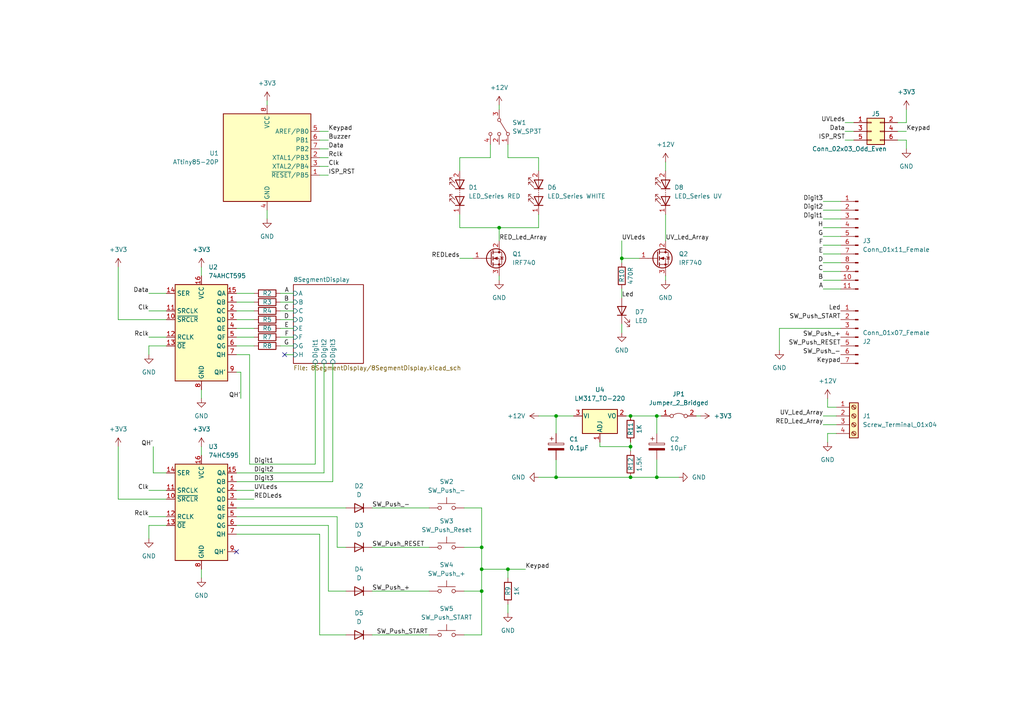
<source format=kicad_sch>
(kicad_sch (version 20211123) (generator eeschema)
  (paper "A4")
  (title_block (title "UV Lightbox") (date "2022-08-19") (rev "0.1") (company "Viniltejo Publicidade, Lda."))
  (lib_symbols
    (symbol "74xx:74AHCT595"
      (property "Reference" "U" (at -7.62 13.97 0))
      (property "Value" "74AHCT595" (at -7.62 -16.51 0))
      (symbol "74AHCT595_1_0"
        (pin tri_state line (at 10.16 7.62 180) (length 2.54) (name "QB") (number "1"))
        (pin input line (at -10.16 2.54 0) (length 2.54) (name "~{SRCLR}") (number "10"))
        (pin input line (at -10.16 5.08 0) (length 2.54) (name "SRCLK") (number "11"))
        (pin input line (at -10.16 -2.54 0) (length 2.54) (name "RCLK") (number "12"))
        (pin input line (at -10.16 -5.08 0) (length 2.54) (name "~{OE}") (number "13"))
        (pin input line (at -10.16 10.16 0) (length 2.54) (name "SER") (number "14"))
        (pin tri_state line (at 10.16 10.16 180) (length 2.54) (name "QA") (number "15"))
        (pin power_in line (at 0 15.24 270) (length 2.54) (name "VCC") (number "16"))
        (pin tri_state line (at 10.16 5.08 180) (length 2.54) (name "QC") (number "2"))
        (pin tri_state line (at 10.16 2.54 180) (length 2.54) (name "QD") (number "3"))
        (pin tri_state line (at 10.16 0 180) (length 2.54) (name "QE") (number "4"))
        (pin tri_state line (at 10.16 -2.54 180) (length 2.54) (name "QF") (number "5"))
        (pin tri_state line (at 10.16 -5.08 180) (length 2.54) (name "QG") (number "6"))
        (pin tri_state line (at 10.16 -7.62 180) (length 2.54) (name "QH") (number "7"))
        (pin power_in line (at 0 -17.78 90) (length 2.54) (name "GND") (number "8"))
        (pin output line (at 10.16 -12.7 180) (length 2.54) (name "QH'") (number "9"))
      )
      (symbol "74AHCT595_1_1"
        (rectangle (start -7.62 12.7) (end 7.62 -15.24) (stroke (width 0.254)) (fill (type background)))
      )
    )
    (symbol "74xx:74HC595"
      (property "Reference" "U" (at -7.62 13.97 0))
      (property "Value" "74HC595" (at -7.62 -16.51 0))
      (symbol "74HC595_1_0"
        (pin tri_state line (at 10.16 7.62 180) (length 2.54) (name "QB") (number "1"))
        (pin input line (at -10.16 2.54 0) (length 2.54) (name "~{SRCLR}") (number "10"))
        (pin input line (at -10.16 5.08 0) (length 2.54) (name "SRCLK") (number "11"))
        (pin input line (at -10.16 -2.54 0) (length 2.54) (name "RCLK") (number "12"))
        (pin input line (at -10.16 -5.08 0) (length 2.54) (name "~{OE}") (number "13"))
        (pin input line (at -10.16 10.16 0) (length 2.54) (name "SER") (number "14"))
        (pin tri_state line (at 10.16 10.16 180) (length 2.54) (name "QA") (number "15"))
        (pin power_in line (at 0 15.24 270) (length 2.54) (name "VCC") (number "16"))
        (pin tri_state line (at 10.16 5.08 180) (length 2.54) (name "QC") (number "2"))
        (pin tri_state line (at 10.16 2.54 180) (length 2.54) (name "QD") (number "3"))
        (pin tri_state line (at 10.16 0 180) (length 2.54) (name "QE") (number "4"))
        (pin tri_state line (at 10.16 -2.54 180) (length 2.54) (name "QF") (number "5"))
        (pin tri_state line (at 10.16 -5.08 180) (length 2.54) (name "QG") (number "6"))
        (pin tri_state line (at 10.16 -7.62 180) (length 2.54) (name "QH") (number "7"))
        (pin power_in line (at 0 -17.78 90) (length 2.54) (name "GND") (number "8"))
        (pin output line (at 10.16 -12.7 180) (length 2.54) (name "QH'") (number "9"))
      )
      (symbol "74HC595_1_1"
        (rectangle (start -7.62 12.7) (end 7.62 -15.24) (stroke (width 0.254)) (fill (type background)))
      )
    )
    (symbol "Connector:Conn_01x07_Male" (pin_names (offset 1.016) hide)
      (property "Reference" "J" (at 0 10.16 0))
      (property "Value" "Conn_01x07_Male" (at 0 -10.16 0))
      (symbol "Conn_01x07_Male_1_1"
        (polyline (pts (xy 1.27 -7.62) (xy 0.8636 -7.62)) (stroke (width 0.1524)))
        (polyline (pts (xy 1.27 -5.08) (xy 0.8636 -5.08)) (stroke (width 0.1524)))
        (polyline (pts (xy 1.27 -2.54) (xy 0.8636 -2.54)) (stroke (width 0.1524)))
        (polyline (pts (xy 1.27 0) (xy 0.8636 0)) (stroke (width 0.1524)))
        (polyline (pts (xy 1.27 2.54) (xy 0.8636 2.54)) (stroke (width 0.1524)))
        (polyline (pts (xy 1.27 5.08) (xy 0.8636 5.08)) (stroke (width 0.1524)))
        (polyline (pts (xy 1.27 7.62) (xy 0.8636 7.62)) (stroke (width 0.1524)))
        (rectangle (start 0.8636 -7.493) (end 0 -7.747) (stroke (width 0.1524)) (fill (type outline)))
        (rectangle (start 0.8636 -4.953) (end 0 -5.207) (stroke (width 0.1524)) (fill (type outline)))
        (rectangle (start 0.8636 -2.413) (end 0 -2.667) (stroke (width 0.1524)) (fill (type outline)))
        (rectangle (start 0.8636 0.127) (end 0 -0.127) (stroke (width 0.1524)) (fill (type outline)))
        (rectangle (start 0.8636 2.667) (end 0 2.413) (stroke (width 0.1524)) (fill (type outline)))
        (rectangle (start 0.8636 5.207) (end 0 4.953) (stroke (width 0.1524)) (fill (type outline)))
        (rectangle (start 0.8636 7.747) (end 0 7.493) (stroke (width 0.1524)) (fill (type outline)))
        (pin passive line (at 5.08 7.62 180) (length 3.81) (name "Pin_1") (number "1"))
        (pin passive line (at 5.08 5.08 180) (length 3.81) (name "Pin_2") (number "2"))
        (pin passive line (at 5.08 2.54 180) (length 3.81) (name "Pin_3") (number "3"))
        (pin passive line (at 5.08 0 180) (length 3.81) (name "Pin_4") (number "4"))
        (pin passive line (at 5.08 -2.54 180) (length 3.81) (name "Pin_5") (number "5"))
        (pin passive line (at 5.08 -5.08 180) (length 3.81) (name "Pin_6") (number "6"))
        (pin passive line (at 5.08 -7.62 180) (length 3.81) (name "Pin_7") (number "7"))
      )
    )
    (symbol "Connector:Conn_01x11_Male" (pin_names (offset 1.016) hide)
      (property "Reference" "J" (at 0 15.24 0))
      (property "Value" "Conn_01x11_Male" (at 0 -15.24 0))
      (symbol "Conn_01x11_Male_1_1"
        (polyline (pts (xy 1.27 -12.7) (xy 0.8636 -12.7)) (stroke (width 0.1524)))
        (polyline (pts (xy 1.27 -10.16) (xy 0.8636 -10.16)) (stroke (width 0.1524)))
        (polyline (pts (xy 1.27 -7.62) (xy 0.8636 -7.62)) (stroke (width 0.1524)))
        (polyline (pts (xy 1.27 -5.08) (xy 0.8636 -5.08)) (stroke (width 0.1524)))
        (polyline (pts (xy 1.27 -2.54) (xy 0.8636 -2.54)) (stroke (width 0.1524)))
        (polyline (pts (xy 1.27 0) (xy 0.8636 0)) (stroke (width 0.1524)))
        (polyline (pts (xy 1.27 2.54) (xy 0.8636 2.54)) (stroke (width 0.1524)))
        (polyline (pts (xy 1.27 5.08) (xy 0.8636 5.08)) (stroke (width 0.1524)))
        (polyline (pts (xy 1.27 7.62) (xy 0.8636 7.62)) (stroke (width 0.1524)))
        (polyline (pts (xy 1.27 10.16) (xy 0.8636 10.16)) (stroke (width 0.1524)))
        (polyline (pts (xy 1.27 12.7) (xy 0.8636 12.7)) (stroke (width 0.1524)))
        (rectangle (start 0.8636 -12.573) (end 0 -12.827) (stroke (width 0.1524)) (fill (type outline)))
        (rectangle (start 0.8636 -10.033) (end 0 -10.287) (stroke (width 0.1524)) (fill (type outline)))
        (rectangle (start 0.8636 -7.493) (end 0 -7.747) (stroke (width 0.1524)) (fill (type outline)))
        (rectangle (start 0.8636 -4.953) (end 0 -5.207) (stroke (width 0.1524)) (fill (type outline)))
        (rectangle (start 0.8636 -2.413) (end 0 -2.667) (stroke (width 0.1524)) (fill (type outline)))
        (rectangle (start 0.8636 0.127) (end 0 -0.127) (stroke (width 0.1524)) (fill (type outline)))
        (rectangle (start 0.8636 2.667) (end 0 2.413) (stroke (width 0.1524)) (fill (type outline)))
        (rectangle (start 0.8636 5.207) (end 0 4.953) (stroke (width 0.1524)) (fill (type outline)))
        (rectangle (start 0.8636 7.747) (end 0 7.493) (stroke (width 0.1524)) (fill (type outline)))
        (rectangle (start 0.8636 10.287) (end 0 10.033) (stroke (width 0.1524)) (fill (type outline)))
        (rectangle (start 0.8636 12.827) (end 0 12.573) (stroke (width 0.1524)) (fill (type outline)))
        (pin passive line (at 5.08 12.7 180) (length 3.81) (name "Pin_1") (number "1"))
        (pin passive line (at 5.08 -10.16 180) (length 3.81) (name "Pin_10") (number "10"))
        (pin passive line (at 5.08 -12.7 180) (length 3.81) (name "Pin_11") (number "11"))
        (pin passive line (at 5.08 10.16 180) (length 3.81) (name "Pin_2") (number "2"))
        (pin passive line (at 5.08 7.62 180) (length 3.81) (name "Pin_3") (number "3"))
        (pin passive line (at 5.08 5.08 180) (length 3.81) (name "Pin_4") (number "4"))
        (pin passive line (at 5.08 2.54 180) (length 3.81) (name "Pin_5") (number "5"))
        (pin passive line (at 5.08 0 180) (length 3.81) (name "Pin_6") (number "6"))
        (pin passive line (at 5.08 -2.54 180) (length 3.81) (name "Pin_7") (number "7"))
        (pin passive line (at 5.08 -5.08 180) (length 3.81) (name "Pin_8") (number "8"))
        (pin passive line (at 5.08 -7.62 180) (length 3.81) (name "Pin_9") (number "9"))
      )
    )
    (symbol "Connector:Screw_Terminal_01x04" (pin_names (offset 1.016) hide)
      (property "Reference" "J" (at 0 5.08 0))
      (property "Value" "Screw_Terminal_01x04" (at 0 -7.62 0))
      (symbol "Screw_Terminal_01x04_1_1"
        (rectangle (start -1.27 3.81) (end 1.27 -6.35) (stroke (width 0.254)) (fill (type background)))
        (circle (center 0 -5.08) (radius 0.635) (stroke (width 0.1524)))
        (circle (center 0 -2.54) (radius 0.635) (stroke (width 0.1524)))
        (polyline (pts (xy -0.5334 -4.7498) (xy 0.3302 -5.588)) (stroke (width 0.1524)))
        (polyline (pts (xy -0.5334 -2.2098) (xy 0.3302 -3.048)) (stroke (width 0.1524)))
        (polyline (pts (xy -0.5334 0.3302) (xy 0.3302 -0.508)) (stroke (width 0.1524)))
        (polyline (pts (xy -0.5334 2.8702) (xy 0.3302 2.032)) (stroke (width 0.1524)))
        (polyline (pts (xy -0.3556 -4.572) (xy 0.508 -5.4102)) (stroke (width 0.1524)))
        (polyline (pts (xy -0.3556 -2.032) (xy 0.508 -2.8702)) (stroke (width 0.1524)))
        (polyline (pts (xy -0.3556 0.508) (xy 0.508 -0.3302)) (stroke (width 0.1524)))
        (polyline (pts (xy -0.3556 3.048) (xy 0.508 2.2098)) (stroke (width 0.1524)))
        (circle (center 0 0) (radius 0.635) (stroke (width 0.1524)))
        (circle (center 0 2.54) (radius 0.635) (stroke (width 0.1524)))
        (pin passive line (at -5.08 2.54 0) (length 3.81) (name "Pin_1") (number "1"))
        (pin passive line (at -5.08 0 0) (length 3.81) (name "Pin_2") (number "2"))
        (pin passive line (at -5.08 -2.54 0) (length 3.81) (name "Pin_3") (number "3"))
        (pin passive line (at -5.08 -5.08 0) (length 3.81) (name "Pin_4") (number "4"))
      )
    )
    (symbol "Connector_Generic:Conn_02x03_Odd_Even" (pin_names (offset 1.016) hide)
      (property "Reference" "J" (at 1.27 5.08 0))
      (property "Value" "Conn_02x03_Odd_Even" (at 1.27 -5.08 0))
      (symbol "Conn_02x03_Odd_Even_1_1"
        (rectangle (start -1.27 -2.413) (end 0 -2.667) (stroke (width 0.1524)))
        (rectangle (start -1.27 0.127) (end 0 -0.127) (stroke (width 0.1524)))
        (rectangle (start -1.27 2.667) (end 0 2.413) (stroke (width 0.1524)))
        (rectangle (start -1.27 3.81) (end 3.81 -3.81) (stroke (width 0.254)) (fill (type background)))
        (rectangle (start 3.81 -2.413) (end 2.54 -2.667) (stroke (width 0.1524)))
        (rectangle (start 3.81 0.127) (end 2.54 -0.127) (stroke (width 0.1524)))
        (rectangle (start 3.81 2.667) (end 2.54 2.413) (stroke (width 0.1524)))
        (pin passive line (at -5.08 2.54 0) (length 3.81) (name "Pin_1") (number "1"))
        (pin passive line (at 7.62 2.54 180) (length 3.81) (name "Pin_2") (number "2"))
        (pin passive line (at -5.08 0 0) (length 3.81) (name "Pin_3") (number "3"))
        (pin passive line (at 7.62 0 180) (length 3.81) (name "Pin_4") (number "4"))
        (pin passive line (at -5.08 -2.54 0) (length 3.81) (name "Pin_5") (number "5"))
        (pin passive line (at 7.62 -2.54 180) (length 3.81) (name "Pin_6") (number "6"))
      )
    )
    (symbol "Device:C_Polarized" (pin_numbers hide) (pin_names (offset 0.254))
      (property "Reference" "C" (at 0.635 2.54 0))
      (property "Value" "C_Polarized" (at 0.635 -2.54 0))
      (symbol "C_Polarized_0_1"
        (rectangle (start -2.286 0.508) (end 2.286 1.016))
        (polyline (pts (xy -1.778 2.286) (xy -0.762 2.286)))
        (polyline (pts (xy -1.27 2.794) (xy -1.27 1.778)))
        (rectangle (start 2.286 -0.508) (end -2.286 -1.016) (fill (type outline)))
      )
      (symbol "C_Polarized_1_1"
        (pin passive line (at 0 3.81 270) (length 2.794) (name "~") (number "1"))
        (pin passive line (at 0 -3.81 90) (length 2.794) (name "~") (number "2"))
      )
    )
    (symbol "Device:D" (pin_numbers hide) (pin_names (offset 1.016) hide)
      (property "Reference" "D" (at 0 2.54 0))
      (property "Value" "D" (at 0 -2.54 0))
      (symbol "D_0_1"
        (polyline (pts (xy -1.27 1.27) (xy -1.27 -1.27)) (stroke (width 0.254)))
        (polyline (pts (xy 1.27 0) (xy -1.27 0)))
        (polyline (pts (xy 1.27 1.27) (xy 1.27 -1.27) (xy -1.27 0) (xy 1.27 1.27)) (stroke (width 0.254)))
      )
      (symbol "D_1_1"
        (pin passive line (at -3.81 0 0) (length 2.54) (name "K") (number "1"))
        (pin passive line (at 3.81 0 180) (length 2.54) (name "A") (number "2"))
      )
    )
    (symbol "Device:LED" (pin_numbers hide) (pin_names (offset 1.016) hide)
      (property "Reference" "D" (at 0 2.54 0))
      (property "Value" "LED" (at 0 -2.54 0))
      (symbol "LED_0_1"
        (polyline (pts (xy -1.27 -1.27) (xy -1.27 1.27)) (stroke (width 0.254)))
        (polyline (pts (xy -1.27 0) (xy 1.27 0)))
        (polyline (pts (xy 1.27 -1.27) (xy 1.27 1.27) (xy -1.27 0) (xy 1.27 -1.27)) (stroke (width 0.254)))
        (polyline (pts (xy -3.048 -0.762) (xy -4.572 -2.286) (xy -3.81 -2.286) (xy -4.572 -2.286) (xy -4.572 -1.524)))
        (polyline (pts (xy -1.778 -0.762) (xy -3.302 -2.286) (xy -2.54 -2.286) (xy -3.302 -2.286) (xy -3.302 -1.524)))
      )
      (symbol "LED_1_1"
        (pin passive line (at -3.81 0 0) (length 2.54) (name "K") (number "1"))
        (pin passive line (at 3.81 0 180) (length 2.54) (name "A") (number "2"))
      )
    )
    (symbol "Device:LED_Series" (pin_names (offset 1.016) hide)
      (property "Reference" "D" (at 0 5.715 0))
      (property "Value" "LED_Series" (at 0 3.81 0))
      (symbol "LED_Series_0_1"
        (polyline (pts (xy -3.81 0) (xy -1.016 0)))
        (polyline (pts (xy -3.683 -1.27) (xy -3.683 1.27)) (stroke (width 0.254)))
        (polyline (pts (xy -0.508 0) (xy -0.762 0)))
        (polyline (pts (xy 0.127 0) (xy -0.127 0)))
        (polyline (pts (xy 0.508 0) (xy 0.762 0)))
        (polyline (pts (xy 1.016 0) (xy 3.81 0)))
        (polyline (pts (xy 1.143 -1.27) (xy 1.143 1.27)) (stroke (width 0.254)))
        (polyline (pts (xy -1.143 -1.27) (xy -1.143 1.27) (xy -3.683 0) (xy -1.143 -1.27)) (stroke (width 0.254)))
        (polyline (pts (xy 3.683 -1.27) (xy 3.683 1.27) (xy 1.143 0) (xy 3.683 -1.27)) (stroke (width 0.254)))
        (polyline (pts (xy -3.302 1.397) (xy -1.778 2.921) (xy -2.54 2.921) (xy -1.778 2.921) (xy -1.778 2.159)))
        (polyline (pts (xy -2.032 1.397) (xy -0.508 2.921) (xy -1.27 2.921) (xy -0.508 2.921) (xy -0.508 2.159)))
        (polyline (pts (xy 1.524 1.397) (xy 3.048 2.921) (xy 2.286 2.921) (xy 3.048 2.921) (xy 3.048 2.159)))
        (polyline (pts (xy 2.794 1.397) (xy 4.318 2.921) (xy 3.556 2.921) (xy 4.318 2.921) (xy 4.318 2.159)))
      )
      (symbol "LED_Series_1_1"
        (pin passive line (at -6.35 0 0) (length 2.54) (name "K") (number "1"))
        (pin passive line (at 6.35 0 180) (length 2.54) (name "A") (number "2"))
      )
    )
    (symbol "Device:R" (pin_numbers hide) (pin_names (offset 0))
      (property "Reference" "R" (at 2.032 0 90))
      (property "Value" "R" (at 0 0 90))
      (symbol "R_0_1"
        (rectangle (start -1.016 -2.54) (end 1.016 2.54) (stroke (width 0.254)))
      )
      (symbol "R_1_1"
        (pin passive line (at 0 3.81 270) (length 1.27) (name "~") (number "1"))
        (pin passive line (at 0 -3.81 90) (length 1.27) (name "~") (number "2"))
      )
    )
    (symbol "Jumper:Jumper_2_Bridged" (pin_names (offset 0) hide)
      (property "Reference" "JP" (at 0 1.905 0))
      (property "Value" "Jumper_2_Bridged" (at 0 -2.54 0))
      (symbol "Jumper_2_Bridged_0_0"
        (circle (center -2.032 0) (radius 0.508))
        (circle (center 2.032 0) (radius 0.508))
      )
      (symbol "Jumper_2_Bridged_0_1"
        (arc (start 1.524 0.254) (mid 0 0.762) (end -1.524 0.254))
      )
      (symbol "Jumper_2_Bridged_1_1"
        (pin passive line (at -5.08 0 0) (length 2.54) (name "A") (number "1"))
        (pin passive line (at 5.08 0 180) (length 2.54) (name "B") (number "2"))
      )
    )
    (symbol "MCU_Microchip_ATtiny:ATtiny85-20P"
      (property "Reference" "U" (at -12.7 13.97 0))
      (property "Value" "ATtiny85-20P" (at 2.54 -13.97 0))
      (symbol "ATtiny85-20P_0_1"
        (rectangle (start -12.7 -12.7) (end 12.7 12.7) (stroke (width 0.254)) (fill (type background)))
      )
      (symbol "ATtiny85-20P_1_1"
        (pin bidirectional line (at 15.24 -5.08 180) (length 2.54) (name "~{RESET}/PB5") (number "1"))
        (pin bidirectional line (at 15.24 0 180) (length 2.54) (name "XTAL1/PB3") (number "2"))
        (pin bidirectional line (at 15.24 -2.54 180) (length 2.54) (name "XTAL2/PB4") (number "3"))
        (pin power_in line (at 0 -15.24 90) (length 2.54) (name "GND") (number "4"))
        (pin bidirectional line (at 15.24 7.62 180) (length 2.54) (name "AREF/PB0") (number "5"))
        (pin bidirectional line (at 15.24 5.08 180) (length 2.54) (name "PB1") (number "6"))
        (pin bidirectional line (at 15.24 2.54 180) (length 2.54) (name "PB2") (number "7"))
        (pin power_in line (at 0 15.24 270) (length 2.54) (name "VCC") (number "8"))
      )
    )
    (symbol "Regulator_Linear:LM317_TO-220" (pin_names (offset 0.254))
      (property "Reference" "U" (at -3.81 3.175 0))
      (property "Value" "LM317_TO-220" (at 0 3.175 0))
      (symbol "LM317_TO-220_0_1"
        (rectangle (start -5.08 1.905) (end 5.08 -5.08) (stroke (width 0.254)) (fill (type background)))
      )
      (symbol "LM317_TO-220_1_1"
        (pin input line (at 0 -7.62 90) (length 2.54) (name "ADJ") (number "1"))
        (pin power_out line (at 7.62 0 180) (length 2.54) (name "VO") (number "2"))
        (pin power_in line (at -7.62 0 0) (length 2.54) (name "VI") (number "3"))
      )
    )
    (symbol "Switch:SW_Push" (pin_numbers hide) (pin_names (offset 1.016) hide)
      (property "Reference" "SW" (at 1.27 2.54 0))
      (property "Value" "SW_Push" (at 0 -1.524 0))
      (symbol "SW_Push_0_1"
        (circle (center -2.032 0) (radius 0.508))
        (polyline (pts (xy 0 1.27) (xy 0 3.048)))
        (polyline (pts (xy 2.54 1.27) (xy -2.54 1.27)))
        (circle (center 2.032 0) (radius 0.508))
        (pin passive line (at -5.08 0 0) (length 2.54) (name "1") (number "1"))
        (pin passive line (at 5.08 0 180) (length 2.54) (name "2") (number "2"))
      )
    )
    (symbol "Switch:SW_SP3T" (pin_names (offset 0) hide)
      (property "Reference" "SW" (at 0 5.08 0))
      (property "Value" "SW_SP3T" (at 0 -5.08 0))
      (symbol "SW_SP3T_0_1"
        (circle (center -2.032 0) (radius 0.4572))
        (polyline (pts (xy -1.651 0.254) (xy 1.651 2.286)))
        (circle (center 2.032 -2.54) (radius 0.4572))
        (circle (center 2.032 0) (radius 0.4572))
        (circle (center 2.032 2.54) (radius 0.4572))
      )
      (symbol "SW_SP3T_1_1"
        (pin passive line (at 5.08 2.54 180) (length 2.54) (name "1") (number "1"))
        (pin passive line (at 5.08 0 180) (length 2.54) (name "2") (number "2"))
        (pin passive line (at -5.08 0 0) (length 2.54) (name "3") (number "3"))
        (pin passive line (at 5.08 -2.54 180) (length 2.54) (name "4") (number "4"))
      )
    )
    (symbol "Transistor_FET:IRF740" (pin_names hide)
      (property "Reference" "Q" (at 6.35 1.905 0))
      (property "Value" "IRF740" (at 6.35 0 0))
      (symbol "IRF740_0_1"
        (polyline (pts (xy 0.254 0) (xy -2.54 0)))
        (polyline (pts (xy 0.254 1.905) (xy 0.254 -1.905)) (stroke (width 0.254)))
        (polyline (pts (xy 0.762 -1.27) (xy 0.762 -2.286)) (stroke (width 0.254)))
        (polyline (pts (xy 0.762 0.508) (xy 0.762 -0.508)) (stroke (width 0.254)))
        (polyline (pts (xy 0.762 2.286) (xy 0.762 1.27)) (stroke (width 0.254)))
        (polyline (pts (xy 2.54 2.54) (xy 2.54 1.778)))
        (polyline (pts (xy 2.54 -2.54) (xy 2.54 0) (xy 0.762 0)))
        (polyline (pts (xy 0.762 -1.778) (xy 3.302 -1.778) (xy 3.302 1.778) (xy 0.762 1.778)))
        (polyline (pts (xy 1.016 0) (xy 2.032 0.381) (xy 2.032 -0.381) (xy 1.016 0)) (fill (type outline)))
        (polyline (pts (xy 2.794 0.508) (xy 2.921 0.381) (xy 3.683 0.381) (xy 3.81 0.254)))
        (polyline (pts (xy 3.302 0.381) (xy 2.921 -0.254) (xy 3.683 -0.254) (xy 3.302 0.381)))
        (circle (center 1.651 0) (radius 2.794) (stroke (width 0.254)))
        (circle (center 2.54 -1.778) (radius 0.254) (fill (type outline)))
        (circle (center 2.54 1.778) (radius 0.254) (fill (type outline)))
      )
      (symbol "IRF740_1_1"
        (pin input line (at -5.08 0 0) (length 2.54) (name "G") (number "1"))
        (pin passive line (at 2.54 5.08 270) (length 2.54) (name "D") (number "2"))
        (pin passive line (at 2.54 -5.08 90) (length 2.54) (name "S") (number "3"))
      )
    )
    (symbol "power:+12V" (power) (pin_names (offset 0))
      (property "Value" "+12V" (at 0 3.556 0))
      (symbol "+12V_0_1"
        (polyline (pts (xy -0.762 1.27) (xy 0 2.54)))
        (polyline (pts (xy 0 0) (xy 0 2.54)))
        (polyline (pts (xy 0 2.54) (xy 0.762 1.27)))
      )
      (symbol "+12V_1_1"
        (pin power_in line (at 0 0 90) (length 0) hide (name "+12V") (number "1"))
      )
    )
    (symbol "power:+3.3V" (power) (pin_names (offset 0))
      (property "Value" "+3.3V" (at 0 3.556 0))
      (symbol "+3.3V_0_1"
        (polyline (pts (xy -0.762 1.27) (xy 0 2.54)))
        (polyline (pts (xy 0 0) (xy 0 2.54)))
        (polyline (pts (xy 0 2.54) (xy 0.762 1.27)))
      )
      (symbol "+3.3V_1_1"
        (pin power_in line (at 0 0 90) (length 0) hide (name "+3V3") (number "1"))
      )
    )
    (symbol "power:GND" (power) (pin_names (offset 0))
      (property "Value" "GND" (at 0 -3.81 0))
      (symbol "GND_0_1"
        (polyline (pts (xy 0 0) (xy 0 -1.27) (xy 1.27 -1.27) (xy 0 -2.54) (xy -1.27 -1.27) (xy 0 -1.27)))
      )
      (symbol "GND_1_1"
        (pin power_in line (at 0 0 270) (length 0) hide (name "GND") (number "1"))
      )
    )
  )
  (junction (at 139.7 158.75))
  (junction (at 161.29 138.43))
  (junction (at 182.88 138.43))
  (junction (at 182.88 120.65))
  (junction (at 161.29 120.65))
  (junction (at 139.7 165.1))
  (junction (at 180.34 74.93))
  (junction (at 190.5 138.43))
  (junction (at 147.32 165.1))
  (junction (at 144.78 66.04))
  (junction (at 139.7 171.45))
  (junction (at 190.5 120.65))
  (junction (at 182.88 129.54))
  (no_connect (at 82.55 102.87))
  (no_connect (at 68.58 160.02))
  (wire (pts (xy 44.45 137.16) (xy 48.26 137.16)))
  (wire (pts (xy 180.34 83.82) (xy 180.34 86.36)))
  (wire (pts (xy 240.03 125.73) (xy 240.03 128.27)))
  (wire (pts (xy 147.32 165.1) (xy 152.4 165.1)))
  (wire (pts (xy 147.32 45.72) (xy 156.21 45.72)))
  (wire (pts (xy 240.03 118.11) (xy 242.57 118.11)))
  (wire (pts (xy 180.34 69.85) (xy 180.34 74.93)))
  (wire (pts (xy 68.58 85.09) (xy 73.6896 85.09)))
  (wire (pts (xy 134.62 171.45) (xy 139.7 171.45)))
  (wire (pts (xy 34.29 129.54) (xy 34.29 144.78)))
  (wire (pts (xy 190.5 120.65) (xy 191.77 120.65)))
  (wire (pts (xy 193.04 62.23) (xy 193.04 69.85)))
  (wire (pts (xy 238.76 71.12) (xy 243.84 71.12)))
  (wire (pts (xy 144.78 80.01) (xy 144.78 81.28)))
  (wire (pts (xy 134.62 158.75) (xy 139.7 158.75)))
  (wire (pts (xy 190.5 138.43) (xy 196.85 138.43)))
  (wire (pts (xy 124.46 171.45) (xy 107.95 171.45)))
  (wire (pts (xy 144.78 30.48) (xy 144.78 31.75)))
  (wire (pts (xy 193.04 80.01) (xy 193.04 81.28)))
  (wire (pts (xy 68.58 152.4) (xy 95.25 152.4)))
  (wire (pts (xy 238.76 58.42) (xy 243.84 58.42)))
  (wire (pts (xy 173.99 128.27) (xy 173.99 129.54)))
  (wire (pts (xy 238.76 78.74) (xy 243.84 78.74)))
  (wire (pts (xy 68.58 87.63) (xy 73.6896 87.63)))
  (wire (pts (xy 92.71 45.72) (xy 95.25 45.72)))
  (wire (pts (xy 260.35 40.64) (xy 262.89 40.64)))
  (wire (pts (xy 238.76 76.2) (xy 243.84 76.2)))
  (wire (pts (xy 97.79 158.75) (xy 100.33 158.75)))
  (wire (pts (xy 91.44 134.62) (xy 72.39 134.62)))
  (wire (pts (xy 182.88 120.65) (xy 190.5 120.65)))
  (wire (pts (xy 124.46 184.15) (xy 107.95 184.15)))
  (wire (pts (xy 147.32 167.64) (xy 147.32 165.1)))
  (wire (pts (xy 81.3096 92.71) (xy 85.09 92.71)))
  (wire (pts (xy 43.18 97.79) (xy 48.26 97.79)))
  (wire (pts (xy 58.42 129.54) (xy 58.42 132.08)))
  (wire (pts (xy 182.88 138.43) (xy 190.5 138.43)))
  (wire (pts (xy 107.95 158.75) (xy 124.46 158.75)))
  (wire (pts (xy 34.29 144.78) (xy 48.26 144.78)))
  (wire (pts (xy 156.21 62.23) (xy 156.21 66.04)))
  (wire (pts (xy 133.35 74.93) (xy 137.16 74.93)))
  (wire (pts (xy 68.58 95.25) (xy 73.6896 95.25)))
  (wire (pts (xy 139.7 147.32) (xy 139.7 158.75)))
  (wire (pts (xy 161.29 138.43) (xy 156.21 138.43)))
  (wire (pts (xy 68.58 147.32) (xy 100.33 147.32)))
  (wire (pts (xy 161.29 133.35) (xy 161.29 138.43)))
  (wire (pts (xy 48.26 152.4) (xy 43.18 152.4)))
  (wire (pts (xy 34.29 77.47) (xy 34.29 92.71)))
  (wire (pts (xy 68.58 154.94) (xy 92.71 154.94)))
  (wire (pts (xy 161.29 120.65) (xy 166.37 120.65)))
  (wire (pts (xy 96.52 105.41) (xy 96.52 139.7)))
  (wire (pts (xy 238.76 120.65) (xy 242.57 120.65)))
  (wire (pts (xy 238.76 73.66) (xy 243.84 73.66)))
  (wire (pts (xy 156.21 45.72) (xy 156.21 49.53)))
  (wire (pts (xy 92.71 184.15) (xy 100.33 184.15)))
  (wire (pts (xy 133.35 45.72) (xy 133.35 49.53)))
  (wire (pts (xy 182.88 129.54) (xy 182.88 130.81)))
  (wire (pts (xy 238.76 66.04) (xy 243.84 66.04)))
  (wire (pts (xy 91.44 105.41) (xy 91.44 134.62)))
  (wire (pts (xy 68.58 100.33) (xy 73.6896 100.33)))
  (wire (pts (xy 68.58 142.24) (xy 73.66 142.24)))
  (wire (pts (xy 147.32 41.91) (xy 147.32 45.72)))
  (wire (pts (xy 81.3096 87.63) (xy 85.09 87.63)))
  (wire (pts (xy 43.18 152.4) (xy 43.18 156.21)))
  (wire (pts (xy 245.11 35.56) (xy 247.65 35.56)))
  (wire (pts (xy 142.24 41.91) (xy 142.24 45.72)))
  (wire (pts (xy 260.35 38.1) (xy 262.89 38.1)))
  (wire (pts (xy 43.18 90.17) (xy 48.26 90.17)))
  (wire (pts (xy 139.7 165.1) (xy 139.7 171.45)))
  (wire (pts (xy 226.06 95.25) (xy 243.84 95.25)))
  (wire (pts (xy 77.47 60.96) (xy 77.47 63.5)))
  (wire (pts (xy 92.71 50.8) (xy 95.25 50.8)))
  (wire (pts (xy 58.42 77.47) (xy 58.42 80.01)))
  (wire (pts (xy 107.95 147.32) (xy 124.46 147.32)))
  (wire (pts (xy 68.58 92.71) (xy 73.6896 92.71)))
  (wire (pts (xy 260.35 35.56) (xy 262.89 35.56)))
  (wire (pts (xy 77.47 29.21) (xy 77.47 30.48)))
  (wire (pts (xy 201.93 120.65) (xy 203.2 120.65)))
  (wire (pts (xy 72.39 102.87) (xy 72.39 134.62)))
  (wire (pts (xy 97.79 149.86) (xy 97.79 158.75)))
  (wire (pts (xy 262.89 40.64) (xy 262.89 43.18)))
  (wire (pts (xy 262.89 35.56) (xy 262.89 31.75)))
  (wire (pts (xy 68.58 97.79) (xy 73.6896 97.79)))
  (wire (pts (xy 238.76 83.82) (xy 243.84 83.82)))
  (wire (pts (xy 43.18 85.09) (xy 48.26 85.09)))
  (wire (pts (xy 161.29 138.43) (xy 182.88 138.43)))
  (wire (pts (xy 173.99 129.54) (xy 182.88 129.54)))
  (wire (pts (xy 81.3096 85.09) (xy 85.09 85.09)))
  (wire (pts (xy 43.18 100.33) (xy 43.18 102.87)))
  (wire (pts (xy 193.04 46.99) (xy 193.04 49.53)))
  (wire (pts (xy 81.3096 90.17) (xy 85.09 90.17)))
  (wire (pts (xy 92.71 184.15) (xy 92.71 154.94)))
  (wire (pts (xy 92.71 40.64) (xy 95.25 40.64)))
  (wire (pts (xy 81.3096 95.25) (xy 85.09 95.25)))
  (wire (pts (xy 81.3096 97.79) (xy 85.09 97.79)))
  (wire (pts (xy 58.42 165.1) (xy 58.42 167.64)))
  (wire (pts (xy 68.58 149.86) (xy 97.79 149.86)))
  (wire (pts (xy 245.11 38.1) (xy 247.65 38.1)))
  (wire (pts (xy 180.34 74.93) (xy 185.42 74.93)))
  (wire (pts (xy 68.58 90.17) (xy 73.6896 90.17)))
  (wire (pts (xy 48.26 100.33) (xy 43.18 100.33)))
  (wire (pts (xy 139.7 165.1) (xy 147.32 165.1)))
  (wire (pts (xy 69.85 107.95) (xy 68.58 107.95)))
  (wire (pts (xy 161.29 120.65) (xy 161.29 125.73)))
  (wire (pts (xy 190.5 120.65) (xy 190.5 125.73)))
  (wire (pts (xy 133.35 62.23) (xy 133.35 66.04)))
  (wire (pts (xy 68.58 137.16) (xy 93.98 137.16)))
  (wire (pts (xy 190.5 133.35) (xy 190.5 138.43)))
  (wire (pts (xy 147.32 177.8) (xy 147.32 175.26)))
  (wire (pts (xy 139.7 158.75) (xy 139.7 165.1)))
  (wire (pts (xy 43.18 149.86) (xy 48.26 149.86)))
  (wire (pts (xy 92.71 43.18) (xy 95.25 43.18)))
  (wire (pts (xy 95.25 152.4) (xy 95.25 171.45)))
  (wire (pts (xy 238.76 123.19) (xy 242.57 123.19)))
  (wire (pts (xy 238.76 63.5) (xy 243.84 63.5)))
  (wire (pts (xy 180.34 74.93) (xy 180.34 76.2)))
  (wire (pts (xy 180.34 93.98) (xy 180.34 96.52)))
  (wire (pts (xy 133.35 66.04) (xy 144.78 66.04)))
  (wire (pts (xy 81.3096 100.33) (xy 85.09 100.33)))
  (wire (pts (xy 182.88 128.27) (xy 182.88 129.54)))
  (wire (pts (xy 144.78 66.04) (xy 156.21 66.04)))
  (wire (pts (xy 34.29 92.71) (xy 48.26 92.71)))
  (wire (pts (xy 43.18 142.24) (xy 48.26 142.24)))
  (wire (pts (xy 92.71 48.26) (xy 95.25 48.26)))
  (wire (pts (xy 134.62 184.15) (xy 139.7 184.15)))
  (wire (pts (xy 240.03 125.73) (xy 242.57 125.73)))
  (wire (pts (xy 181.61 120.65) (xy 182.88 120.65)))
  (wire (pts (xy 82.55 102.87) (xy 85.09 102.87)))
  (wire (pts (xy 68.58 139.7) (xy 96.52 139.7)))
  (wire (pts (xy 144.78 66.04) (xy 144.78 69.85)))
  (wire (pts (xy 134.62 147.32) (xy 139.7 147.32)))
  (wire (pts (xy 68.58 144.78) (xy 73.66 144.78)))
  (wire (pts (xy 68.58 102.87) (xy 72.39 102.87)))
  (wire (pts (xy 44.45 129.54) (xy 44.45 137.16)))
  (wire (pts (xy 139.7 171.45) (xy 139.7 184.15)))
  (wire (pts (xy 238.76 68.58) (xy 243.84 68.58)))
  (wire (pts (xy 245.11 40.64) (xy 247.65 40.64)))
  (wire (pts (xy 93.98 105.41) (xy 93.98 137.16)))
  (wire (pts (xy 156.21 120.65) (xy 161.29 120.65)))
  (wire (pts (xy 133.35 45.72) (xy 142.24 45.72)))
  (wire (pts (xy 92.71 38.1) (xy 95.25 38.1)))
  (wire (pts (xy 238.76 60.96) (xy 243.84 60.96)))
  (wire (pts (xy 226.06 95.25) (xy 226.06 101.6)))
  (wire (pts (xy 58.42 113.03) (xy 58.42 115.57)))
  (wire (pts (xy 240.03 115.57) (xy 240.03 118.11)))
  (wire (pts (xy 95.25 171.45) (xy 100.33 171.45)))
  (wire (pts (xy 238.76 81.28) (xy 243.84 81.28)))
  (wire (pts (xy 69.85 107.95) (xy 69.85 115.57)))
  (label "H" (at 238.76 66.04 180))
  (label "A" (at 83.82 85.09 180))
  (label "Rclk" (at 43.18 97.79 180))
  (label "D" (at 238.76 76.2 180))
  (label "Buzzer" (at 95.25 40.64 0))
  (label "Keypad" (at 243.84 105.41 180))
  (label "REDLeds" (at 73.66 144.78 0))
  (label "B" (at 83.82 87.63 180))
  (label "SW_Push_RESET" (at 107.95 158.75 0))
  (label "UVLeds" (at 73.66 142.24 0))
  (label "UV_Led_Array" (at 238.76 120.65 180))
  (label "Clk" (at 43.18 90.17 180))
  (label "ISP_RST" (at 95.25 50.8 0))
  (label "Digit2" (at 238.76 60.96 180))
  (label "Digit3" (at 73.66 139.7 0))
  (label "Rclk" (at 95.25 45.72 0))
  (label "UVLeds" (at 245.11 35.56 180))
  (label "SW_Push_START" (at 243.84 92.71 180))
  (label "Digit3" (at 238.76 58.42 180))
  (label "D" (at 83.82 92.71 180))
  (label "Data" (at 95.25 43.18 0))
  (label "SW_Push_-" (at 107.95 147.32 0))
  (label "Digit1" (at 238.76 63.5 180))
  (label "G" (at 238.76 68.58 180))
  (label "Rclk" (at 43.18 149.86 180))
  (label "SW_Push_+" (at 243.84 97.79 180))
  (label "ISP_RST" (at 245.11 40.64 180))
  (label "F" (at 83.82 97.79 180))
  (label "SW_Push_+" (at 107.95 171.45 0))
  (label "Data" (at 43.18 85.09 180))
  (label "QH'" (at 69.85 115.57 180))
  (label "Keypad" (at 262.89 38.1 0))
  (label "Clk" (at 43.18 142.24 180))
  (label "Led" (at 243.84 90.17 180))
  (label "UV_Led_Array" (at 193.04 69.85 0))
  (label "Digit2" (at 73.66 137.16 0))
  (label "UVLeds" (at 180.34 69.85 0))
  (label "Clk" (at 95.25 48.26 0))
  (label "SW_Push_START" (at 109.22 184.15 0))
  (label "C" (at 83.82 90.17 180))
  (label "F" (at 238.76 71.12 180))
  (label "A" (at 238.76 83.82 180))
  (label "REDLeds" (at 133.35 74.93 180))
  (label "E" (at 83.82 95.25 180))
  (label "E" (at 238.76 73.66 180))
  (label "Digit1" (at 73.66 134.62 0))
  (label "Keypad" (at 152.4 165.1 0))
  (label "Data" (at 245.11 38.1 180))
  (label "Keypad" (at 95.25 38.1 0))
  (label "B" (at 238.76 81.28 180))
  (label "RED_Led_Array" (at 144.78 69.85 0))
  (label "SW_Push_RESET" (at 243.84 100.33 180))
  (label "SW_Push_-" (at 243.84 102.87 180))
  (label "Led" (at 180.34 86.36 0))
  (label "RED_Led_Array" (at 238.76 123.19 180))
  (label "C" (at 238.76 78.74 180))
  (label "QH'" (at 44.45 129.54 180))
  (label "G" (at 83.82 100.33 180))
  (symbol (lib_id "power:+12V") (at 240.03 115.57 0) (unit 1)
    (property "Reference" "#PWR018" (effects hide))
    (property "Value" "+12V" (at 240.03 110.49 0))
  )
  (symbol (lib_id "Connector_Generic:Conn_02x03_Odd_Even") (at 252.73 38.1 0) (unit 1)
    (property "Reference" "J5" (at 254 33.02 0))
    (property "Value" "Conn_02x03_Odd_Even" (at 246.38 43.18 0))
    (property "Footprint" "Connector_PinHeader_1.27mm:PinHeader_2x03_P1.27mm_Vertical" (effects hide))
  )
  (symbol (lib_id "Regulator_Linear:LM317_TO-220") (at 173.99 120.65 0) (unit 1)
    (property "Reference" "U4" (at 173.99 113.03 0))
    (property "Value" "LM317_TO-220" (at 173.99 115.57 0))
    (property "Footprint" "Package_TO_SOT_THT:TO-220-3_Vertical" (effects hide))
    (property "Datasheet" "http://www.ti.com/lit/ds/symlink/lm317.pdf" (effects hide))
  )
  (symbol (lib_id "Jumper:Jumper_2_Bridged") (at 196.85 120.65 0) (unit 1)
    (property "Reference" "JP1" (at 196.85 114.3 0))
    (property "Value" "Jumper_2_Bridged" (at 196.85 116.84 0))
    (property "Footprint" "Connector_PinHeader_1.27mm:PinHeader_1x02_P1.27mm_Vertical" (effects hide))
  )
  (symbol (lib_id "Device:R") (at 182.88 124.46 180) (unit 1)
    (property "Reference" "R11" (at 182.88 124.4304 90))
    (property "Value" "1K" (at 185.42 124.4304 90))
    (property "Footprint" "Resistor_THT:R_Axial_DIN0204_L3.6mm_D1.6mm_P5.08mm_Vertical" (effects hide))
  )
  (symbol (lib_id "Device:R") (at 77.4996 97.79 90) (unit 1)
    (property "Reference" "R7" (at 77.4996 97.79 90))
    (property "Value" "470R" (effects hide))
    (property "Footprint" "Resistor_THT:R_Axial_DIN0204_L3.6mm_D1.6mm_P5.08mm_Vertical" (effects hide))
  )
  (symbol (lib_id "power:GND") (at 226.06 101.6 0) (mirror y) (unit 1)
    (property "Reference" "#PWR017" (effects hide))
    (property "Value" "GND" (at 226.06 106.68 0))
  )
  (symbol (lib_id "power:GND") (at 262.89 43.18 0) (mirror y) (unit 1)
    (property "Reference" "#PWR025" (effects hide))
    (property "Value" "GND" (at 262.89 48.26 0))
  )
  (symbol (lib_id "power:GND") (at 43.18 102.87 0) (unit 1)
    (property "Reference" "#PWR03" (effects hide))
    (property "Value" "GND" (at 43.18 107.95 0))
  )
  (symbol (lib_id "power:GND") (at 156.21 138.43 270) (unit 1)
    (property "Reference" "#PWR021" (effects hide))
    (property "Value" "GND" (at 152.4 138.4299 90) (effects (justify right)))
  )
  (symbol (lib_id "power:GND") (at 196.85 138.43 90) (unit 1)
    (property "Reference" "#PWR023" (effects hide))
    (property "Value" "GND" (at 200.66 138.4299 90) (effects (justify right)))
  )
  (symbol (lib_id "power:+3.3V") (at 58.42 77.47 0) (unit 1)
    (property "Reference" "#PWR07" (effects hide))
    (property "Value" "+3.3V" (at 58.42 72.39 0))
  )
  (symbol (lib_id "Device:D") (at 104.14 184.15 180) (unit 1)
    (property "Reference" "D5" (at 104.14 177.8 0))
    (property "Value" "D" (at 104.14 180.34 0))
    (property "Footprint" "Diode_THT:D_A-405_P7.62mm_Horizontal" (effects hide))
  )
  (symbol (lib_id "Device:R") (at 147.32 171.45 180) (unit 1)
    (property "Reference" "R9" (at 147.32 171.4204 90))
    (property "Value" "1K" (at 149.86 171.4204 90))
    (property "Footprint" "Resistor_THT:R_Axial_DIN0204_L3.6mm_D1.6mm_P5.08mm_Vertical" (effects hide))
  )
  (symbol (lib_id "Device:R") (at 77.4996 85.09 90) (unit 1)
    (property "Reference" "R2" (at 77.4996 85.09 90))
    (property "Value" "470R" (effects hide))
    (property "Footprint" "Resistor_THT:R_Axial_DIN0204_L3.6mm_D1.6mm_P5.08mm_Vertical" (effects hide))
  )
  (symbol (lib_id "Device:D") (at 104.14 171.45 180) (unit 1)
    (property "Reference" "D4" (at 104.14 165.1 0))
    (property "Value" "D" (at 104.14 167.64 0))
    (property "Footprint" "Diode_THT:D_A-405_P7.62mm_Horizontal" (effects hide))
  )
  (symbol (lib_id "74xx:74AHCT595") (at 58.42 95.25 0) (unit 1)
    (property "Reference" "U2" (at 60.4394 77.47 0) (effects (justify left)))
    (property "Value" "74AHCT595" (at 60.4394 80.01 0) (effects (justify left)))
    (property "Footprint" "Package_DIP:DIP-16_W7.62mm" (effects hide))
    (property "Datasheet" "https://assets.nexperia.com/documents/data-sheet/74AHC_AHCT595.pdf" (effects hide))
  )
  (symbol (lib_id "MCU_Microchip_ATtiny:ATtiny85-20P") (at 77.47 45.72 0) (unit 1)
    (property "Reference" "U1" (at 63.5 44.4499 0) (effects (justify right)))
    (property "Value" "ATtiny85-20P" (at 63.5 46.9899 0) (effects (justify right)))
    (property "Footprint" "Package_DIP:DIP-8_W7.62mm" (effects hide))
    (property "Datasheet" "http://ww1.microchip.com/downloads/en/DeviceDoc/atmel-2586-avr-8-bit-microcontroller-attiny25-attiny45-attiny85_datasheet.pdf" (effects hide))
  )
  (symbol (lib_id "Device:LED_Series") (at 156.21 55.88 90) (unit 1)
    (property "Reference" "D6" (at 158.75 54.3559 90) (effects (justify right)))
    (property "Value" "LED_Series WHITE" (at 158.75 56.8959 90) (effects (justify right)))
  )
  (symbol (lib_id "Device:R") (at 180.34 80.01 180) (unit 1)
    (property "Reference" "R10" (at 180.34 79.9804 90))
    (property "Value" "470R" (at 182.88 79.9804 90))
    (property "Footprint" "Resistor_THT:R_Axial_DIN0204_L3.6mm_D1.6mm_P5.08mm_Vertical" (effects hide))
  )
  (symbol (lib_id "Device:D") (at 104.14 158.75 180) (unit 1)
    (property "Reference" "D3" (at 104.14 152.4 0))
    (property "Value" "D" (at 104.14 154.94 0))
    (property "Footprint" "Diode_THT:D_A-405_P7.62mm_Horizontal" (effects hide))
  )
  (symbol (lib_id "power:GND") (at 43.18 156.21 0) (unit 1)
    (property "Reference" "#PWR04" (effects hide))
    (property "Value" "GND" (at 43.18 161.29 0))
  )
  (symbol (lib_id "Transistor_FET:IRF740") (at 142.24 74.93 0) (unit 1)
    (property "Reference" "Q1" (at 148.59 73.6599 0) (effects (justify left)))
    (property "Value" "IRF740" (at 148.59 76.1999 0) (effects (justify left)))
    (property "Footprint" "Package_TO_SOT_THT:TO-220-3_Vertical" (effects hide))
    (property "Datasheet" "http://www.vishay.com/docs/91054/91054.pdf" (effects hide))
  )
  (symbol (lib_id "Transistor_FET:IRF740") (at 190.5 74.93 0) (unit 1)
    (property "Reference" "Q2" (at 196.85 73.6599 0) (effects (justify left)))
    (property "Value" "IRF740" (at 196.85 76.1999 0) (effects (justify left)))
    (property "Footprint" "Package_TO_SOT_THT:TO-220-3_Vertical" (effects hide))
    (property "Datasheet" "http://www.vishay.com/docs/91054/91054.pdf" (effects hide))
  )
  (symbol (lib_id "Device:R") (at 77.4996 90.17 90) (unit 1)
    (property "Reference" "R4" (at 77.4996 90.17 90))
    (property "Value" "470R" (effects hide))
    (property "Footprint" "Resistor_THT:R_Axial_DIN0204_L3.6mm_D1.6mm_P5.08mm_Vertical" (effects hide))
  )
  (symbol (lib_id "Connector:Screw_Terminal_01x04") (at 247.65 120.65 0) (unit 1)
    (property "Reference" "J1" (at 250.19 120.6499 0) (effects (justify left)))
    (property "Value" "Screw_Terminal_01x04" (at 250.19 123.1899 0) (effects (justify left)))
    (property "Footprint" "TerminalBlock:TerminalBlock_Altech_AK300-4_P5.00mm" (effects hide))
  )
  (symbol (lib_id "power:+3.3V") (at 58.42 129.54 0) (unit 1)
    (property "Reference" "#PWR09" (effects hide))
    (property "Value" "+3.3V" (at 58.42 124.46 0))
  )
  (symbol (lib_id "power:+12V") (at 144.78 30.48 0) (unit 1)
    (property "Reference" "#PWR011" (effects hide))
    (property "Value" "+12V" (at 144.78 25.4 0))
  )
  (symbol (lib_id "power:GND") (at 144.78 81.28 0) (unit 1)
    (property "Reference" "#PWR012" (effects hide))
    (property "Value" "GND" (at 144.78 86.36 0))
  )
  (symbol (lib_id "power:GND") (at 193.04 81.28 0) (unit 1)
    (property "Reference" "#PWR016" (effects hide))
    (property "Value" "GND" (at 193.04 86.36 0))
  )
  (symbol (lib_id "Device:LED_Series") (at 133.35 55.88 90) (unit 1)
    (property "Reference" "D1" (at 135.89 54.3559 90) (effects (justify right)))
    (property "Value" "LED_Series RED" (at 135.89 56.8959 90) (effects (justify right)))
  )
  (symbol (lib_id "Device:LED") (at 180.34 90.17 90) (unit 1)
    (property "Reference" "D7" (at 184.15 90.4874 90) (effects (justify right)))
    (property "Value" "LED" (at 184.15 93.0274 90) (effects (justify right)))
  )
  (symbol (lib_id "74xx:74HC595") (at 58.42 147.32 0) (unit 1)
    (property "Reference" "U3" (at 60.4394 129.54 0) (effects (justify left)))
    (property "Value" "74HC595" (at 60.4394 132.08 0) (effects (justify left)))
    (property "Footprint" "Package_DIP:DIP-16_W7.62mm" (effects hide))
    (property "Datasheet" "http://www.ti.com/lit/ds/symlink/sn74hc595.pdf" (effects hide))
  )
  (symbol (lib_id "power:GND") (at 240.03 128.27 0) (unit 1)
    (property "Reference" "#PWR019" (effects hide))
    (property "Value" "GND" (at 240.03 133.35 0))
  )
  (symbol (lib_id "Device:D") (at 104.14 147.32 180) (unit 1)
    (property "Reference" "D2" (at 104.14 140.97 0))
    (property "Value" "D" (at 104.14 143.51 0))
    (property "Footprint" "Diode_THT:D_A-405_P7.62mm_Horizontal" (effects hide))
  )
  (symbol (lib_id "Device:R") (at 77.4996 100.33 90) (unit 1)
    (property "Reference" "R8" (at 77.4996 100.33 90))
    (property "Value" "470R" (effects hide))
    (property "Footprint" "Resistor_THT:R_Axial_DIN0204_L3.6mm_D1.6mm_P5.08mm_Vertical" (effects hide))
  )
  (symbol (lib_id "Device:R") (at 77.4996 87.63 90) (unit 1)
    (property "Reference" "R3" (at 77.4996 87.63 90))
    (property "Value" "470R" (effects hide))
    (property "Footprint" "Resistor_THT:R_Axial_DIN0204_L3.6mm_D1.6mm_P5.08mm_Vertical" (effects hide))
  )
  (symbol (lib_id "Device:R") (at 77.4996 95.25 90) (unit 1)
    (property "Reference" "R6" (at 77.4996 95.25 90))
    (property "Value" "470R" (effects hide))
    (property "Footprint" "Resistor_THT:R_Axial_DIN0204_L3.6mm_D1.6mm_P5.08mm_Vertical" (effects hide))
  )
  (symbol (lib_id "power:+3.3V") (at 262.89 31.75 0) (unit 1)
    (property "Reference" "#PWR024" (effects hide))
    (property "Value" "+3.3V" (at 262.89 26.67 0))
  )
  (symbol (lib_id "power:+12V") (at 193.04 46.99 0) (unit 1)
    (property "Reference" "#PWR015" (effects hide))
    (property "Value" "+12V" (at 193.04 41.91 0))
  )
  (symbol (lib_id "Device:C_Polarized") (at 161.29 129.54 0) (unit 1)
    (property "Reference" "C1" (at 165.1 127.3809 0) (effects (justify left)))
    (property "Value" "0.1µF" (at 165.1 129.9209 0) (effects (justify left)))
    (property "Footprint" "Capacitor_THT:CP_Radial_D4.0mm_P1.50mm" (effects hide))
  )
  (symbol (lib_id "Device:R") (at 182.88 134.62 180) (unit 1)
    (property "Reference" "R12" (at 182.88 134.5904 90))
    (property "Value" "1.5K" (at 185.42 134.5904 90))
    (property "Footprint" "Resistor_THT:R_Axial_DIN0204_L3.6mm_D1.6mm_P5.08mm_Vertical" (effects hide))
  )
  (symbol (lib_id "Device:C_Polarized") (at 190.5 129.54 0) (unit 1)
    (property "Reference" "C2" (at 194.31 127.3809 0) (effects (justify left)))
    (property "Value" "10µF" (at 194.31 129.9209 0) (effects (justify left)))
    (property "Footprint" "Capacitor_THT:CP_Radial_D4.0mm_P1.50mm" (effects hide))
  )
  (symbol (lib_id "Switch:SW_SP3T") (at 144.78 36.83 270) (unit 1)
    (property "Reference" "SW1" (at 148.59 35.5599 90) (effects (justify left)))
    (property "Value" "SW_SP3T" (at 148.59 38.0999 90) (effects (justify left)))
  )
  (symbol (lib_id "power:GND") (at 58.42 115.57 0) (unit 1)
    (property "Reference" "#PWR08" (effects hide))
    (property "Value" "GND" (at 58.42 120.65 0))
  )
  (symbol (lib_id "Connector:Conn_01x11_Male") (at 248.92 71.12 0) (mirror y) (unit 1)
    (property "Reference" "J3" (at 250.19 69.8499 0) (effects (justify right)))
    (property "Value" "Conn_01x11_Female" (at 250.19 72.3899 0) (effects (justify right)))
    (property "Footprint" "Connector_PinHeader_1.27mm:PinHeader_1x12_P1.27mm_Horizontal" (effects hide))
  )
  (symbol (lib_id "power:GND") (at 147.32 177.8 0) (unit 1)
    (property "Reference" "#PWR013" (effects hide))
    (property "Value" "GND" (at 147.32 182.88 0))
  )
  (symbol (lib_id "power:+3.3V") (at 34.29 77.47 0) (unit 1)
    (property "Reference" "#PWR01" (effects hide))
    (property "Value" "+3.3V" (at 34.29 72.39 0))
  )
  (symbol (lib_id "power:GND") (at 77.47 63.5 0) (unit 1)
    (property "Reference" "#PWR06" (effects hide))
    (property "Value" "GND" (at 77.47 68.58 0))
  )
  (symbol (lib_id "Device:R") (at 77.4996 92.71 90) (unit 1)
    (property "Reference" "R5" (at 77.4996 92.71 90))
    (property "Value" "470R" (effects hide))
    (property "Footprint" "Resistor_THT:R_Axial_DIN0204_L3.6mm_D1.6mm_P5.08mm_Vertical" (effects hide))
  )
  (symbol (lib_id "Connector:Conn_01x07_Male") (at 248.92 97.79 0) (mirror y) (unit 1)
    (property "Reference" "J2" (at 250.19 99.0601 0) (effects (justify right)))
    (property "Value" "Conn_01x07_Female" (at 250.19 96.5201 0) (effects (justify right)))
    (property "Footprint" "Connector_PinHeader_1.27mm:PinHeader_1x07_P1.27mm_Horizontal" (effects hide))
  )
  (symbol (lib_id "power:+12V") (at 156.21 120.65 90) (unit 1)
    (property "Reference" "#PWR020" (effects hide))
    (property "Value" "+12V" (at 152.4 120.65 90) (effects (justify left)))
  )
  (symbol (lib_id "power:GND") (at 58.42 167.64 0) (unit 1)
    (property "Reference" "#PWR010" (effects hide))
    (property "Value" "GND" (at 58.42 172.72 0))
  )
  (symbol (lib_id "Device:LED_Series") (at 193.04 55.88 90) (unit 1)
    (property "Reference" "D8" (at 195.58 54.3559 90) (effects (justify right)))
    (property "Value" "LED_Series UV" (at 195.58 56.8959 90) (effects (justify right)))
  )
  (symbol (lib_id "Switch:SW_Push") (at 129.54 171.45 0) (unit 1)
    (property "Reference" "SW4" (at 129.54 163.83 0))
    (property "Value" "SW_Push_+" (at 129.54 166.37 0))
  )
  (symbol (lib_id "power:+3.3V") (at 34.29 129.54 0) (unit 1)
    (property "Reference" "#PWR02" (effects hide))
    (property "Value" "+3.3V" (at 34.29 124.46 0))
  )
  (symbol (lib_id "power:GND") (at 180.34 96.52 0) (unit 1)
    (property "Reference" "#PWR014" (effects hide))
    (property "Value" "GND" (at 180.34 101.6 0))
  )
  (symbol (lib_id "Switch:SW_Push") (at 129.54 158.75 0) (unit 1)
    (property "Reference" "SW3" (at 129.54 151.13 0))
    (property "Value" "SW_Push_Reset" (at 129.54 153.67 0))
  )
  (symbol (lib_id "power:+3.3V") (at 77.47 29.21 0) (unit 1)
    (property "Reference" "#PWR05" (effects hide))
    (property "Value" "+3.3V" (at 77.47 24.13 0))
  )
  (symbol (lib_id "Switch:SW_Push") (at 129.54 147.32 0) (unit 1)
    (property "Reference" "SW2" (at 129.54 139.7 0))
    (property "Value" "SW_Push_-" (at 129.54 142.24 0))
  )
  (symbol (lib_id "power:+3.3V") (at 203.2 120.65 270) (unit 1)
    (property "Reference" "#PWR022" (effects hide))
    (property "Value" "+3.3V" (at 207.01 120.6499 90) (effects (justify left)))
  )
  (symbol (lib_id "Switch:SW_Push") (at 129.54 184.15 0) (unit 1)
    (property "Reference" "SW5" (at 129.54 176.53 0))
    (property "Value" "SW_Push_START" (at 129.54 179.07 0))
  )
  (sheet (at 85.09 82.55) (size 20.32 22.86) (stroke (width 0.1524))
    (property "Sheet name" "8SegmentDisplay" (at 85.09 81.8384 0) (effects (justify left bottom)))
    (property "Sheet file" "8SegmentDisplay/8SegmentDisplay.kicad_sch" (at 85.09 105.9946 0) (effects (justify left top)))
    (pin "Digit2" input (at 93.98 105.41 270))
    (pin "Digit3" input (at 96.52 105.41 270))
    (pin "Digit1" input (at 91.44 105.41 270))
    (pin "F" input (at 85.09 97.79 180))
    (pin "H" input (at 85.09 102.87 180))
    (pin "E" input (at 85.09 95.25 180))
    (pin "G" input (at 85.09 100.33 180))
    (pin "D" input (at 85.09 92.71 180))
    (pin "C" input (at 85.09 90.17 180))
    (pin "B" input (at 85.09 87.63 180))
    (pin "A" input (at 85.09 85.09 180))
  )
)
</source>
